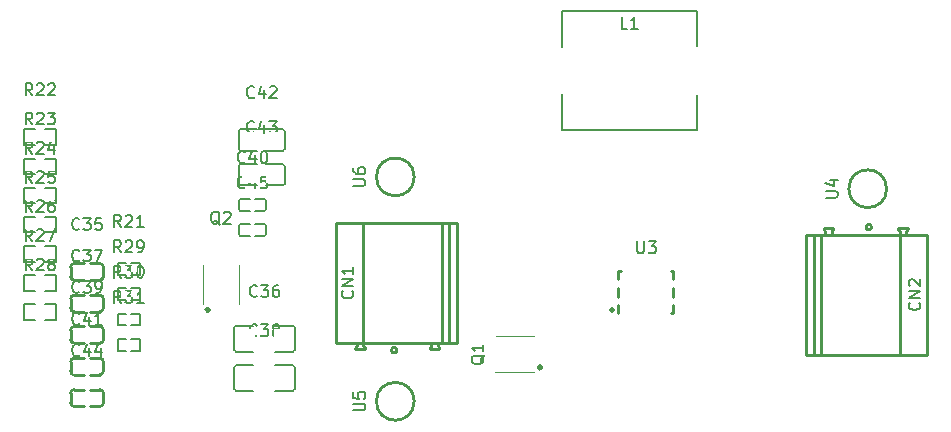
<source format=gbr>
%TF.GenerationSoftware,KiCad,Pcbnew,9.0.1*%
%TF.CreationDate,2025-05-12T16:56:18-05:00*%
%TF.ProjectId,Project-Star,50726f6a-6563-4742-9d53-7461722e6b69,rev?*%
%TF.SameCoordinates,Original*%
%TF.FileFunction,Legend,Top*%
%TF.FilePolarity,Positive*%
%FSLAX46Y46*%
G04 Gerber Fmt 4.6, Leading zero omitted, Abs format (unit mm)*
G04 Created by KiCad (PCBNEW 9.0.1) date 2025-05-12 16:56:18*
%MOMM*%
%LPD*%
G01*
G04 APERTURE LIST*
%ADD10C,0.150000*%
%ADD11C,0.250000*%
%ADD12C,0.100000*%
%ADD13C,6.000000*%
%ADD14C,2.700000*%
%ADD15R,2.300000X2.300000*%
%ADD16C,2.300000*%
%ADD17R,2.700000X1.700000*%
%ADD18R,0.850000X0.280000*%
%ADD19R,0.280000X0.850000*%
%ADD20R,0.570000X0.540000*%
%ADD21R,0.810000X0.860000*%
%ADD22R,0.450000X0.680000*%
%ADD23R,0.500000X0.600000*%
%ADD24R,2.650000X2.000000*%
%ADD25R,0.680000X0.450000*%
%ADD26R,0.600000X0.500000*%
%ADD27R,2.000000X2.650000*%
%ADD28R,2.920000X3.500000*%
%ADD29R,0.790000X0.540000*%
%ADD30R,0.800000X0.900000*%
%ADD31R,1.410000X1.350000*%
%ADD32R,1.490000X1.730000*%
G04 APERTURE END LIST*
D10*
X94954819Y-56761904D02*
X95764342Y-56761904D01*
X95764342Y-56761904D02*
X95859580Y-56714285D01*
X95859580Y-56714285D02*
X95907200Y-56666666D01*
X95907200Y-56666666D02*
X95954819Y-56571428D01*
X95954819Y-56571428D02*
X95954819Y-56380952D01*
X95954819Y-56380952D02*
X95907200Y-56285714D01*
X95907200Y-56285714D02*
X95859580Y-56238095D01*
X95859580Y-56238095D02*
X95764342Y-56190476D01*
X95764342Y-56190476D02*
X94954819Y-56190476D01*
X94954819Y-55285714D02*
X94954819Y-55476190D01*
X94954819Y-55476190D02*
X95002438Y-55571428D01*
X95002438Y-55571428D02*
X95050057Y-55619047D01*
X95050057Y-55619047D02*
X95192914Y-55714285D01*
X95192914Y-55714285D02*
X95383390Y-55761904D01*
X95383390Y-55761904D02*
X95764342Y-55761904D01*
X95764342Y-55761904D02*
X95859580Y-55714285D01*
X95859580Y-55714285D02*
X95907200Y-55666666D01*
X95907200Y-55666666D02*
X95954819Y-55571428D01*
X95954819Y-55571428D02*
X95954819Y-55380952D01*
X95954819Y-55380952D02*
X95907200Y-55285714D01*
X95907200Y-55285714D02*
X95859580Y-55238095D01*
X95859580Y-55238095D02*
X95764342Y-55190476D01*
X95764342Y-55190476D02*
X95526247Y-55190476D01*
X95526247Y-55190476D02*
X95431009Y-55238095D01*
X95431009Y-55238095D02*
X95383390Y-55285714D01*
X95383390Y-55285714D02*
X95335771Y-55380952D01*
X95335771Y-55380952D02*
X95335771Y-55571428D01*
X95335771Y-55571428D02*
X95383390Y-55666666D01*
X95383390Y-55666666D02*
X95431009Y-55714285D01*
X95431009Y-55714285D02*
X95526247Y-55761904D01*
X94954819Y-75761904D02*
X95764342Y-75761904D01*
X95764342Y-75761904D02*
X95859580Y-75714285D01*
X95859580Y-75714285D02*
X95907200Y-75666666D01*
X95907200Y-75666666D02*
X95954819Y-75571428D01*
X95954819Y-75571428D02*
X95954819Y-75380952D01*
X95954819Y-75380952D02*
X95907200Y-75285714D01*
X95907200Y-75285714D02*
X95859580Y-75238095D01*
X95859580Y-75238095D02*
X95764342Y-75190476D01*
X95764342Y-75190476D02*
X94954819Y-75190476D01*
X94954819Y-74238095D02*
X94954819Y-74714285D01*
X94954819Y-74714285D02*
X95431009Y-74761904D01*
X95431009Y-74761904D02*
X95383390Y-74714285D01*
X95383390Y-74714285D02*
X95335771Y-74619047D01*
X95335771Y-74619047D02*
X95335771Y-74380952D01*
X95335771Y-74380952D02*
X95383390Y-74285714D01*
X95383390Y-74285714D02*
X95431009Y-74238095D01*
X95431009Y-74238095D02*
X95526247Y-74190476D01*
X95526247Y-74190476D02*
X95764342Y-74190476D01*
X95764342Y-74190476D02*
X95859580Y-74238095D01*
X95859580Y-74238095D02*
X95907200Y-74285714D01*
X95907200Y-74285714D02*
X95954819Y-74380952D01*
X95954819Y-74380952D02*
X95954819Y-74619047D01*
X95954819Y-74619047D02*
X95907200Y-74714285D01*
X95907200Y-74714285D02*
X95859580Y-74761904D01*
X134954819Y-57761904D02*
X135764342Y-57761904D01*
X135764342Y-57761904D02*
X135859580Y-57714285D01*
X135859580Y-57714285D02*
X135907200Y-57666666D01*
X135907200Y-57666666D02*
X135954819Y-57571428D01*
X135954819Y-57571428D02*
X135954819Y-57380952D01*
X135954819Y-57380952D02*
X135907200Y-57285714D01*
X135907200Y-57285714D02*
X135859580Y-57238095D01*
X135859580Y-57238095D02*
X135764342Y-57190476D01*
X135764342Y-57190476D02*
X134954819Y-57190476D01*
X135288152Y-56285714D02*
X135954819Y-56285714D01*
X134907200Y-56523809D02*
X135621485Y-56761904D01*
X135621485Y-56761904D02*
X135621485Y-56142857D01*
X142859580Y-66650476D02*
X142907200Y-66698095D01*
X142907200Y-66698095D02*
X142954819Y-66840952D01*
X142954819Y-66840952D02*
X142954819Y-66936190D01*
X142954819Y-66936190D02*
X142907200Y-67079047D01*
X142907200Y-67079047D02*
X142811961Y-67174285D01*
X142811961Y-67174285D02*
X142716723Y-67221904D01*
X142716723Y-67221904D02*
X142526247Y-67269523D01*
X142526247Y-67269523D02*
X142383390Y-67269523D01*
X142383390Y-67269523D02*
X142192914Y-67221904D01*
X142192914Y-67221904D02*
X142097676Y-67174285D01*
X142097676Y-67174285D02*
X142002438Y-67079047D01*
X142002438Y-67079047D02*
X141954819Y-66936190D01*
X141954819Y-66936190D02*
X141954819Y-66840952D01*
X141954819Y-66840952D02*
X142002438Y-66698095D01*
X142002438Y-66698095D02*
X142050057Y-66650476D01*
X142954819Y-66221904D02*
X141954819Y-66221904D01*
X141954819Y-66221904D02*
X142954819Y-65650476D01*
X142954819Y-65650476D02*
X141954819Y-65650476D01*
X142050057Y-65221904D02*
X142002438Y-65174285D01*
X142002438Y-65174285D02*
X141954819Y-65079047D01*
X141954819Y-65079047D02*
X141954819Y-64840952D01*
X141954819Y-64840952D02*
X142002438Y-64745714D01*
X142002438Y-64745714D02*
X142050057Y-64698095D01*
X142050057Y-64698095D02*
X142145295Y-64650476D01*
X142145295Y-64650476D02*
X142240533Y-64650476D01*
X142240533Y-64650476D02*
X142383390Y-64698095D01*
X142383390Y-64698095D02*
X142954819Y-65269523D01*
X142954819Y-65269523D02*
X142954819Y-64650476D01*
X94859580Y-65650476D02*
X94907200Y-65698095D01*
X94907200Y-65698095D02*
X94954819Y-65840952D01*
X94954819Y-65840952D02*
X94954819Y-65936190D01*
X94954819Y-65936190D02*
X94907200Y-66079047D01*
X94907200Y-66079047D02*
X94811961Y-66174285D01*
X94811961Y-66174285D02*
X94716723Y-66221904D01*
X94716723Y-66221904D02*
X94526247Y-66269523D01*
X94526247Y-66269523D02*
X94383390Y-66269523D01*
X94383390Y-66269523D02*
X94192914Y-66221904D01*
X94192914Y-66221904D02*
X94097676Y-66174285D01*
X94097676Y-66174285D02*
X94002438Y-66079047D01*
X94002438Y-66079047D02*
X93954819Y-65936190D01*
X93954819Y-65936190D02*
X93954819Y-65840952D01*
X93954819Y-65840952D02*
X94002438Y-65698095D01*
X94002438Y-65698095D02*
X94050057Y-65650476D01*
X94954819Y-65221904D02*
X93954819Y-65221904D01*
X93954819Y-65221904D02*
X94954819Y-64650476D01*
X94954819Y-64650476D02*
X93954819Y-64650476D01*
X94954819Y-63650476D02*
X94954819Y-64221904D01*
X94954819Y-63936190D02*
X93954819Y-63936190D01*
X93954819Y-63936190D02*
X94097676Y-64031428D01*
X94097676Y-64031428D02*
X94192914Y-64126666D01*
X94192914Y-64126666D02*
X94240533Y-64221904D01*
X118988095Y-61454819D02*
X118988095Y-62264342D01*
X118988095Y-62264342D02*
X119035714Y-62359580D01*
X119035714Y-62359580D02*
X119083333Y-62407200D01*
X119083333Y-62407200D02*
X119178571Y-62454819D01*
X119178571Y-62454819D02*
X119369047Y-62454819D01*
X119369047Y-62454819D02*
X119464285Y-62407200D01*
X119464285Y-62407200D02*
X119511904Y-62359580D01*
X119511904Y-62359580D02*
X119559523Y-62264342D01*
X119559523Y-62264342D02*
X119559523Y-61454819D01*
X119940476Y-61454819D02*
X120559523Y-61454819D01*
X120559523Y-61454819D02*
X120226190Y-61835771D01*
X120226190Y-61835771D02*
X120369047Y-61835771D01*
X120369047Y-61835771D02*
X120464285Y-61883390D01*
X120464285Y-61883390D02*
X120511904Y-61931009D01*
X120511904Y-61931009D02*
X120559523Y-62026247D01*
X120559523Y-62026247D02*
X120559523Y-62264342D01*
X120559523Y-62264342D02*
X120511904Y-62359580D01*
X120511904Y-62359580D02*
X120464285Y-62407200D01*
X120464285Y-62407200D02*
X120369047Y-62454819D01*
X120369047Y-62454819D02*
X120083333Y-62454819D01*
X120083333Y-62454819D02*
X119988095Y-62407200D01*
X119988095Y-62407200D02*
X119940476Y-62359580D01*
X75282142Y-66679819D02*
X74948809Y-66203628D01*
X74710714Y-66679819D02*
X74710714Y-65679819D01*
X74710714Y-65679819D02*
X75091666Y-65679819D01*
X75091666Y-65679819D02*
X75186904Y-65727438D01*
X75186904Y-65727438D02*
X75234523Y-65775057D01*
X75234523Y-65775057D02*
X75282142Y-65870295D01*
X75282142Y-65870295D02*
X75282142Y-66013152D01*
X75282142Y-66013152D02*
X75234523Y-66108390D01*
X75234523Y-66108390D02*
X75186904Y-66156009D01*
X75186904Y-66156009D02*
X75091666Y-66203628D01*
X75091666Y-66203628D02*
X74710714Y-66203628D01*
X75615476Y-65679819D02*
X76234523Y-65679819D01*
X76234523Y-65679819D02*
X75901190Y-66060771D01*
X75901190Y-66060771D02*
X76044047Y-66060771D01*
X76044047Y-66060771D02*
X76139285Y-66108390D01*
X76139285Y-66108390D02*
X76186904Y-66156009D01*
X76186904Y-66156009D02*
X76234523Y-66251247D01*
X76234523Y-66251247D02*
X76234523Y-66489342D01*
X76234523Y-66489342D02*
X76186904Y-66584580D01*
X76186904Y-66584580D02*
X76139285Y-66632200D01*
X76139285Y-66632200D02*
X76044047Y-66679819D01*
X76044047Y-66679819D02*
X75758333Y-66679819D01*
X75758333Y-66679819D02*
X75663095Y-66632200D01*
X75663095Y-66632200D02*
X75615476Y-66584580D01*
X77186904Y-66679819D02*
X76615476Y-66679819D01*
X76901190Y-66679819D02*
X76901190Y-65679819D01*
X76901190Y-65679819D02*
X76805952Y-65822676D01*
X76805952Y-65822676D02*
X76710714Y-65917914D01*
X76710714Y-65917914D02*
X76615476Y-65965533D01*
X75282142Y-64529819D02*
X74948809Y-64053628D01*
X74710714Y-64529819D02*
X74710714Y-63529819D01*
X74710714Y-63529819D02*
X75091666Y-63529819D01*
X75091666Y-63529819D02*
X75186904Y-63577438D01*
X75186904Y-63577438D02*
X75234523Y-63625057D01*
X75234523Y-63625057D02*
X75282142Y-63720295D01*
X75282142Y-63720295D02*
X75282142Y-63863152D01*
X75282142Y-63863152D02*
X75234523Y-63958390D01*
X75234523Y-63958390D02*
X75186904Y-64006009D01*
X75186904Y-64006009D02*
X75091666Y-64053628D01*
X75091666Y-64053628D02*
X74710714Y-64053628D01*
X75615476Y-63529819D02*
X76234523Y-63529819D01*
X76234523Y-63529819D02*
X75901190Y-63910771D01*
X75901190Y-63910771D02*
X76044047Y-63910771D01*
X76044047Y-63910771D02*
X76139285Y-63958390D01*
X76139285Y-63958390D02*
X76186904Y-64006009D01*
X76186904Y-64006009D02*
X76234523Y-64101247D01*
X76234523Y-64101247D02*
X76234523Y-64339342D01*
X76234523Y-64339342D02*
X76186904Y-64434580D01*
X76186904Y-64434580D02*
X76139285Y-64482200D01*
X76139285Y-64482200D02*
X76044047Y-64529819D01*
X76044047Y-64529819D02*
X75758333Y-64529819D01*
X75758333Y-64529819D02*
X75663095Y-64482200D01*
X75663095Y-64482200D02*
X75615476Y-64434580D01*
X76853571Y-63529819D02*
X76948809Y-63529819D01*
X76948809Y-63529819D02*
X77044047Y-63577438D01*
X77044047Y-63577438D02*
X77091666Y-63625057D01*
X77091666Y-63625057D02*
X77139285Y-63720295D01*
X77139285Y-63720295D02*
X77186904Y-63910771D01*
X77186904Y-63910771D02*
X77186904Y-64148866D01*
X77186904Y-64148866D02*
X77139285Y-64339342D01*
X77139285Y-64339342D02*
X77091666Y-64434580D01*
X77091666Y-64434580D02*
X77044047Y-64482200D01*
X77044047Y-64482200D02*
X76948809Y-64529819D01*
X76948809Y-64529819D02*
X76853571Y-64529819D01*
X76853571Y-64529819D02*
X76758333Y-64482200D01*
X76758333Y-64482200D02*
X76710714Y-64434580D01*
X76710714Y-64434580D02*
X76663095Y-64339342D01*
X76663095Y-64339342D02*
X76615476Y-64148866D01*
X76615476Y-64148866D02*
X76615476Y-63910771D01*
X76615476Y-63910771D02*
X76663095Y-63720295D01*
X76663095Y-63720295D02*
X76710714Y-63625057D01*
X76710714Y-63625057D02*
X76758333Y-63577438D01*
X76758333Y-63577438D02*
X76853571Y-63529819D01*
X75282142Y-62379819D02*
X74948809Y-61903628D01*
X74710714Y-62379819D02*
X74710714Y-61379819D01*
X74710714Y-61379819D02*
X75091666Y-61379819D01*
X75091666Y-61379819D02*
X75186904Y-61427438D01*
X75186904Y-61427438D02*
X75234523Y-61475057D01*
X75234523Y-61475057D02*
X75282142Y-61570295D01*
X75282142Y-61570295D02*
X75282142Y-61713152D01*
X75282142Y-61713152D02*
X75234523Y-61808390D01*
X75234523Y-61808390D02*
X75186904Y-61856009D01*
X75186904Y-61856009D02*
X75091666Y-61903628D01*
X75091666Y-61903628D02*
X74710714Y-61903628D01*
X75663095Y-61475057D02*
X75710714Y-61427438D01*
X75710714Y-61427438D02*
X75805952Y-61379819D01*
X75805952Y-61379819D02*
X76044047Y-61379819D01*
X76044047Y-61379819D02*
X76139285Y-61427438D01*
X76139285Y-61427438D02*
X76186904Y-61475057D01*
X76186904Y-61475057D02*
X76234523Y-61570295D01*
X76234523Y-61570295D02*
X76234523Y-61665533D01*
X76234523Y-61665533D02*
X76186904Y-61808390D01*
X76186904Y-61808390D02*
X75615476Y-62379819D01*
X75615476Y-62379819D02*
X76234523Y-62379819D01*
X76710714Y-62379819D02*
X76901190Y-62379819D01*
X76901190Y-62379819D02*
X76996428Y-62332200D01*
X76996428Y-62332200D02*
X77044047Y-62284580D01*
X77044047Y-62284580D02*
X77139285Y-62141723D01*
X77139285Y-62141723D02*
X77186904Y-61951247D01*
X77186904Y-61951247D02*
X77186904Y-61570295D01*
X77186904Y-61570295D02*
X77139285Y-61475057D01*
X77139285Y-61475057D02*
X77091666Y-61427438D01*
X77091666Y-61427438D02*
X76996428Y-61379819D01*
X76996428Y-61379819D02*
X76805952Y-61379819D01*
X76805952Y-61379819D02*
X76710714Y-61427438D01*
X76710714Y-61427438D02*
X76663095Y-61475057D01*
X76663095Y-61475057D02*
X76615476Y-61570295D01*
X76615476Y-61570295D02*
X76615476Y-61808390D01*
X76615476Y-61808390D02*
X76663095Y-61903628D01*
X76663095Y-61903628D02*
X76710714Y-61951247D01*
X76710714Y-61951247D02*
X76805952Y-61998866D01*
X76805952Y-61998866D02*
X76996428Y-61998866D01*
X76996428Y-61998866D02*
X77091666Y-61951247D01*
X77091666Y-61951247D02*
X77139285Y-61903628D01*
X77139285Y-61903628D02*
X77186904Y-61808390D01*
X67772142Y-63909819D02*
X67438809Y-63433628D01*
X67200714Y-63909819D02*
X67200714Y-62909819D01*
X67200714Y-62909819D02*
X67581666Y-62909819D01*
X67581666Y-62909819D02*
X67676904Y-62957438D01*
X67676904Y-62957438D02*
X67724523Y-63005057D01*
X67724523Y-63005057D02*
X67772142Y-63100295D01*
X67772142Y-63100295D02*
X67772142Y-63243152D01*
X67772142Y-63243152D02*
X67724523Y-63338390D01*
X67724523Y-63338390D02*
X67676904Y-63386009D01*
X67676904Y-63386009D02*
X67581666Y-63433628D01*
X67581666Y-63433628D02*
X67200714Y-63433628D01*
X68153095Y-63005057D02*
X68200714Y-62957438D01*
X68200714Y-62957438D02*
X68295952Y-62909819D01*
X68295952Y-62909819D02*
X68534047Y-62909819D01*
X68534047Y-62909819D02*
X68629285Y-62957438D01*
X68629285Y-62957438D02*
X68676904Y-63005057D01*
X68676904Y-63005057D02*
X68724523Y-63100295D01*
X68724523Y-63100295D02*
X68724523Y-63195533D01*
X68724523Y-63195533D02*
X68676904Y-63338390D01*
X68676904Y-63338390D02*
X68105476Y-63909819D01*
X68105476Y-63909819D02*
X68724523Y-63909819D01*
X69295952Y-63338390D02*
X69200714Y-63290771D01*
X69200714Y-63290771D02*
X69153095Y-63243152D01*
X69153095Y-63243152D02*
X69105476Y-63147914D01*
X69105476Y-63147914D02*
X69105476Y-63100295D01*
X69105476Y-63100295D02*
X69153095Y-63005057D01*
X69153095Y-63005057D02*
X69200714Y-62957438D01*
X69200714Y-62957438D02*
X69295952Y-62909819D01*
X69295952Y-62909819D02*
X69486428Y-62909819D01*
X69486428Y-62909819D02*
X69581666Y-62957438D01*
X69581666Y-62957438D02*
X69629285Y-63005057D01*
X69629285Y-63005057D02*
X69676904Y-63100295D01*
X69676904Y-63100295D02*
X69676904Y-63147914D01*
X69676904Y-63147914D02*
X69629285Y-63243152D01*
X69629285Y-63243152D02*
X69581666Y-63290771D01*
X69581666Y-63290771D02*
X69486428Y-63338390D01*
X69486428Y-63338390D02*
X69295952Y-63338390D01*
X69295952Y-63338390D02*
X69200714Y-63386009D01*
X69200714Y-63386009D02*
X69153095Y-63433628D01*
X69153095Y-63433628D02*
X69105476Y-63528866D01*
X69105476Y-63528866D02*
X69105476Y-63719342D01*
X69105476Y-63719342D02*
X69153095Y-63814580D01*
X69153095Y-63814580D02*
X69200714Y-63862200D01*
X69200714Y-63862200D02*
X69295952Y-63909819D01*
X69295952Y-63909819D02*
X69486428Y-63909819D01*
X69486428Y-63909819D02*
X69581666Y-63862200D01*
X69581666Y-63862200D02*
X69629285Y-63814580D01*
X69629285Y-63814580D02*
X69676904Y-63719342D01*
X69676904Y-63719342D02*
X69676904Y-63528866D01*
X69676904Y-63528866D02*
X69629285Y-63433628D01*
X69629285Y-63433628D02*
X69581666Y-63386009D01*
X69581666Y-63386009D02*
X69486428Y-63338390D01*
X67772142Y-61439819D02*
X67438809Y-60963628D01*
X67200714Y-61439819D02*
X67200714Y-60439819D01*
X67200714Y-60439819D02*
X67581666Y-60439819D01*
X67581666Y-60439819D02*
X67676904Y-60487438D01*
X67676904Y-60487438D02*
X67724523Y-60535057D01*
X67724523Y-60535057D02*
X67772142Y-60630295D01*
X67772142Y-60630295D02*
X67772142Y-60773152D01*
X67772142Y-60773152D02*
X67724523Y-60868390D01*
X67724523Y-60868390D02*
X67676904Y-60916009D01*
X67676904Y-60916009D02*
X67581666Y-60963628D01*
X67581666Y-60963628D02*
X67200714Y-60963628D01*
X68153095Y-60535057D02*
X68200714Y-60487438D01*
X68200714Y-60487438D02*
X68295952Y-60439819D01*
X68295952Y-60439819D02*
X68534047Y-60439819D01*
X68534047Y-60439819D02*
X68629285Y-60487438D01*
X68629285Y-60487438D02*
X68676904Y-60535057D01*
X68676904Y-60535057D02*
X68724523Y-60630295D01*
X68724523Y-60630295D02*
X68724523Y-60725533D01*
X68724523Y-60725533D02*
X68676904Y-60868390D01*
X68676904Y-60868390D02*
X68105476Y-61439819D01*
X68105476Y-61439819D02*
X68724523Y-61439819D01*
X69057857Y-60439819D02*
X69724523Y-60439819D01*
X69724523Y-60439819D02*
X69295952Y-61439819D01*
X67772142Y-58969819D02*
X67438809Y-58493628D01*
X67200714Y-58969819D02*
X67200714Y-57969819D01*
X67200714Y-57969819D02*
X67581666Y-57969819D01*
X67581666Y-57969819D02*
X67676904Y-58017438D01*
X67676904Y-58017438D02*
X67724523Y-58065057D01*
X67724523Y-58065057D02*
X67772142Y-58160295D01*
X67772142Y-58160295D02*
X67772142Y-58303152D01*
X67772142Y-58303152D02*
X67724523Y-58398390D01*
X67724523Y-58398390D02*
X67676904Y-58446009D01*
X67676904Y-58446009D02*
X67581666Y-58493628D01*
X67581666Y-58493628D02*
X67200714Y-58493628D01*
X68153095Y-58065057D02*
X68200714Y-58017438D01*
X68200714Y-58017438D02*
X68295952Y-57969819D01*
X68295952Y-57969819D02*
X68534047Y-57969819D01*
X68534047Y-57969819D02*
X68629285Y-58017438D01*
X68629285Y-58017438D02*
X68676904Y-58065057D01*
X68676904Y-58065057D02*
X68724523Y-58160295D01*
X68724523Y-58160295D02*
X68724523Y-58255533D01*
X68724523Y-58255533D02*
X68676904Y-58398390D01*
X68676904Y-58398390D02*
X68105476Y-58969819D01*
X68105476Y-58969819D02*
X68724523Y-58969819D01*
X69581666Y-57969819D02*
X69391190Y-57969819D01*
X69391190Y-57969819D02*
X69295952Y-58017438D01*
X69295952Y-58017438D02*
X69248333Y-58065057D01*
X69248333Y-58065057D02*
X69153095Y-58207914D01*
X69153095Y-58207914D02*
X69105476Y-58398390D01*
X69105476Y-58398390D02*
X69105476Y-58779342D01*
X69105476Y-58779342D02*
X69153095Y-58874580D01*
X69153095Y-58874580D02*
X69200714Y-58922200D01*
X69200714Y-58922200D02*
X69295952Y-58969819D01*
X69295952Y-58969819D02*
X69486428Y-58969819D01*
X69486428Y-58969819D02*
X69581666Y-58922200D01*
X69581666Y-58922200D02*
X69629285Y-58874580D01*
X69629285Y-58874580D02*
X69676904Y-58779342D01*
X69676904Y-58779342D02*
X69676904Y-58541247D01*
X69676904Y-58541247D02*
X69629285Y-58446009D01*
X69629285Y-58446009D02*
X69581666Y-58398390D01*
X69581666Y-58398390D02*
X69486428Y-58350771D01*
X69486428Y-58350771D02*
X69295952Y-58350771D01*
X69295952Y-58350771D02*
X69200714Y-58398390D01*
X69200714Y-58398390D02*
X69153095Y-58446009D01*
X69153095Y-58446009D02*
X69105476Y-58541247D01*
X67772142Y-56499819D02*
X67438809Y-56023628D01*
X67200714Y-56499819D02*
X67200714Y-55499819D01*
X67200714Y-55499819D02*
X67581666Y-55499819D01*
X67581666Y-55499819D02*
X67676904Y-55547438D01*
X67676904Y-55547438D02*
X67724523Y-55595057D01*
X67724523Y-55595057D02*
X67772142Y-55690295D01*
X67772142Y-55690295D02*
X67772142Y-55833152D01*
X67772142Y-55833152D02*
X67724523Y-55928390D01*
X67724523Y-55928390D02*
X67676904Y-55976009D01*
X67676904Y-55976009D02*
X67581666Y-56023628D01*
X67581666Y-56023628D02*
X67200714Y-56023628D01*
X68153095Y-55595057D02*
X68200714Y-55547438D01*
X68200714Y-55547438D02*
X68295952Y-55499819D01*
X68295952Y-55499819D02*
X68534047Y-55499819D01*
X68534047Y-55499819D02*
X68629285Y-55547438D01*
X68629285Y-55547438D02*
X68676904Y-55595057D01*
X68676904Y-55595057D02*
X68724523Y-55690295D01*
X68724523Y-55690295D02*
X68724523Y-55785533D01*
X68724523Y-55785533D02*
X68676904Y-55928390D01*
X68676904Y-55928390D02*
X68105476Y-56499819D01*
X68105476Y-56499819D02*
X68724523Y-56499819D01*
X69629285Y-55499819D02*
X69153095Y-55499819D01*
X69153095Y-55499819D02*
X69105476Y-55976009D01*
X69105476Y-55976009D02*
X69153095Y-55928390D01*
X69153095Y-55928390D02*
X69248333Y-55880771D01*
X69248333Y-55880771D02*
X69486428Y-55880771D01*
X69486428Y-55880771D02*
X69581666Y-55928390D01*
X69581666Y-55928390D02*
X69629285Y-55976009D01*
X69629285Y-55976009D02*
X69676904Y-56071247D01*
X69676904Y-56071247D02*
X69676904Y-56309342D01*
X69676904Y-56309342D02*
X69629285Y-56404580D01*
X69629285Y-56404580D02*
X69581666Y-56452200D01*
X69581666Y-56452200D02*
X69486428Y-56499819D01*
X69486428Y-56499819D02*
X69248333Y-56499819D01*
X69248333Y-56499819D02*
X69153095Y-56452200D01*
X69153095Y-56452200D02*
X69105476Y-56404580D01*
X67772142Y-54029819D02*
X67438809Y-53553628D01*
X67200714Y-54029819D02*
X67200714Y-53029819D01*
X67200714Y-53029819D02*
X67581666Y-53029819D01*
X67581666Y-53029819D02*
X67676904Y-53077438D01*
X67676904Y-53077438D02*
X67724523Y-53125057D01*
X67724523Y-53125057D02*
X67772142Y-53220295D01*
X67772142Y-53220295D02*
X67772142Y-53363152D01*
X67772142Y-53363152D02*
X67724523Y-53458390D01*
X67724523Y-53458390D02*
X67676904Y-53506009D01*
X67676904Y-53506009D02*
X67581666Y-53553628D01*
X67581666Y-53553628D02*
X67200714Y-53553628D01*
X68153095Y-53125057D02*
X68200714Y-53077438D01*
X68200714Y-53077438D02*
X68295952Y-53029819D01*
X68295952Y-53029819D02*
X68534047Y-53029819D01*
X68534047Y-53029819D02*
X68629285Y-53077438D01*
X68629285Y-53077438D02*
X68676904Y-53125057D01*
X68676904Y-53125057D02*
X68724523Y-53220295D01*
X68724523Y-53220295D02*
X68724523Y-53315533D01*
X68724523Y-53315533D02*
X68676904Y-53458390D01*
X68676904Y-53458390D02*
X68105476Y-54029819D01*
X68105476Y-54029819D02*
X68724523Y-54029819D01*
X69581666Y-53363152D02*
X69581666Y-54029819D01*
X69343571Y-52982200D02*
X69105476Y-53696485D01*
X69105476Y-53696485D02*
X69724523Y-53696485D01*
X67772142Y-51559819D02*
X67438809Y-51083628D01*
X67200714Y-51559819D02*
X67200714Y-50559819D01*
X67200714Y-50559819D02*
X67581666Y-50559819D01*
X67581666Y-50559819D02*
X67676904Y-50607438D01*
X67676904Y-50607438D02*
X67724523Y-50655057D01*
X67724523Y-50655057D02*
X67772142Y-50750295D01*
X67772142Y-50750295D02*
X67772142Y-50893152D01*
X67772142Y-50893152D02*
X67724523Y-50988390D01*
X67724523Y-50988390D02*
X67676904Y-51036009D01*
X67676904Y-51036009D02*
X67581666Y-51083628D01*
X67581666Y-51083628D02*
X67200714Y-51083628D01*
X68153095Y-50655057D02*
X68200714Y-50607438D01*
X68200714Y-50607438D02*
X68295952Y-50559819D01*
X68295952Y-50559819D02*
X68534047Y-50559819D01*
X68534047Y-50559819D02*
X68629285Y-50607438D01*
X68629285Y-50607438D02*
X68676904Y-50655057D01*
X68676904Y-50655057D02*
X68724523Y-50750295D01*
X68724523Y-50750295D02*
X68724523Y-50845533D01*
X68724523Y-50845533D02*
X68676904Y-50988390D01*
X68676904Y-50988390D02*
X68105476Y-51559819D01*
X68105476Y-51559819D02*
X68724523Y-51559819D01*
X69057857Y-50559819D02*
X69676904Y-50559819D01*
X69676904Y-50559819D02*
X69343571Y-50940771D01*
X69343571Y-50940771D02*
X69486428Y-50940771D01*
X69486428Y-50940771D02*
X69581666Y-50988390D01*
X69581666Y-50988390D02*
X69629285Y-51036009D01*
X69629285Y-51036009D02*
X69676904Y-51131247D01*
X69676904Y-51131247D02*
X69676904Y-51369342D01*
X69676904Y-51369342D02*
X69629285Y-51464580D01*
X69629285Y-51464580D02*
X69581666Y-51512200D01*
X69581666Y-51512200D02*
X69486428Y-51559819D01*
X69486428Y-51559819D02*
X69200714Y-51559819D01*
X69200714Y-51559819D02*
X69105476Y-51512200D01*
X69105476Y-51512200D02*
X69057857Y-51464580D01*
X67772142Y-49089819D02*
X67438809Y-48613628D01*
X67200714Y-49089819D02*
X67200714Y-48089819D01*
X67200714Y-48089819D02*
X67581666Y-48089819D01*
X67581666Y-48089819D02*
X67676904Y-48137438D01*
X67676904Y-48137438D02*
X67724523Y-48185057D01*
X67724523Y-48185057D02*
X67772142Y-48280295D01*
X67772142Y-48280295D02*
X67772142Y-48423152D01*
X67772142Y-48423152D02*
X67724523Y-48518390D01*
X67724523Y-48518390D02*
X67676904Y-48566009D01*
X67676904Y-48566009D02*
X67581666Y-48613628D01*
X67581666Y-48613628D02*
X67200714Y-48613628D01*
X68153095Y-48185057D02*
X68200714Y-48137438D01*
X68200714Y-48137438D02*
X68295952Y-48089819D01*
X68295952Y-48089819D02*
X68534047Y-48089819D01*
X68534047Y-48089819D02*
X68629285Y-48137438D01*
X68629285Y-48137438D02*
X68676904Y-48185057D01*
X68676904Y-48185057D02*
X68724523Y-48280295D01*
X68724523Y-48280295D02*
X68724523Y-48375533D01*
X68724523Y-48375533D02*
X68676904Y-48518390D01*
X68676904Y-48518390D02*
X68105476Y-49089819D01*
X68105476Y-49089819D02*
X68724523Y-49089819D01*
X69105476Y-48185057D02*
X69153095Y-48137438D01*
X69153095Y-48137438D02*
X69248333Y-48089819D01*
X69248333Y-48089819D02*
X69486428Y-48089819D01*
X69486428Y-48089819D02*
X69581666Y-48137438D01*
X69581666Y-48137438D02*
X69629285Y-48185057D01*
X69629285Y-48185057D02*
X69676904Y-48280295D01*
X69676904Y-48280295D02*
X69676904Y-48375533D01*
X69676904Y-48375533D02*
X69629285Y-48518390D01*
X69629285Y-48518390D02*
X69057857Y-49089819D01*
X69057857Y-49089819D02*
X69676904Y-49089819D01*
X75282142Y-60229819D02*
X74948809Y-59753628D01*
X74710714Y-60229819D02*
X74710714Y-59229819D01*
X74710714Y-59229819D02*
X75091666Y-59229819D01*
X75091666Y-59229819D02*
X75186904Y-59277438D01*
X75186904Y-59277438D02*
X75234523Y-59325057D01*
X75234523Y-59325057D02*
X75282142Y-59420295D01*
X75282142Y-59420295D02*
X75282142Y-59563152D01*
X75282142Y-59563152D02*
X75234523Y-59658390D01*
X75234523Y-59658390D02*
X75186904Y-59706009D01*
X75186904Y-59706009D02*
X75091666Y-59753628D01*
X75091666Y-59753628D02*
X74710714Y-59753628D01*
X75663095Y-59325057D02*
X75710714Y-59277438D01*
X75710714Y-59277438D02*
X75805952Y-59229819D01*
X75805952Y-59229819D02*
X76044047Y-59229819D01*
X76044047Y-59229819D02*
X76139285Y-59277438D01*
X76139285Y-59277438D02*
X76186904Y-59325057D01*
X76186904Y-59325057D02*
X76234523Y-59420295D01*
X76234523Y-59420295D02*
X76234523Y-59515533D01*
X76234523Y-59515533D02*
X76186904Y-59658390D01*
X76186904Y-59658390D02*
X75615476Y-60229819D01*
X75615476Y-60229819D02*
X76234523Y-60229819D01*
X77186904Y-60229819D02*
X76615476Y-60229819D01*
X76901190Y-60229819D02*
X76901190Y-59229819D01*
X76901190Y-59229819D02*
X76805952Y-59372676D01*
X76805952Y-59372676D02*
X76710714Y-59467914D01*
X76710714Y-59467914D02*
X76615476Y-59515533D01*
X83644761Y-60050057D02*
X83549523Y-60002438D01*
X83549523Y-60002438D02*
X83454285Y-59907200D01*
X83454285Y-59907200D02*
X83311428Y-59764342D01*
X83311428Y-59764342D02*
X83216190Y-59716723D01*
X83216190Y-59716723D02*
X83120952Y-59716723D01*
X83168571Y-59954819D02*
X83073333Y-59907200D01*
X83073333Y-59907200D02*
X82978095Y-59811961D01*
X82978095Y-59811961D02*
X82930476Y-59621485D01*
X82930476Y-59621485D02*
X82930476Y-59288152D01*
X82930476Y-59288152D02*
X82978095Y-59097676D01*
X82978095Y-59097676D02*
X83073333Y-59002438D01*
X83073333Y-59002438D02*
X83168571Y-58954819D01*
X83168571Y-58954819D02*
X83359047Y-58954819D01*
X83359047Y-58954819D02*
X83454285Y-59002438D01*
X83454285Y-59002438D02*
X83549523Y-59097676D01*
X83549523Y-59097676D02*
X83597142Y-59288152D01*
X83597142Y-59288152D02*
X83597142Y-59621485D01*
X83597142Y-59621485D02*
X83549523Y-59811961D01*
X83549523Y-59811961D02*
X83454285Y-59907200D01*
X83454285Y-59907200D02*
X83359047Y-59954819D01*
X83359047Y-59954819D02*
X83168571Y-59954819D01*
X83978095Y-59050057D02*
X84025714Y-59002438D01*
X84025714Y-59002438D02*
X84120952Y-58954819D01*
X84120952Y-58954819D02*
X84359047Y-58954819D01*
X84359047Y-58954819D02*
X84454285Y-59002438D01*
X84454285Y-59002438D02*
X84501904Y-59050057D01*
X84501904Y-59050057D02*
X84549523Y-59145295D01*
X84549523Y-59145295D02*
X84549523Y-59240533D01*
X84549523Y-59240533D02*
X84501904Y-59383390D01*
X84501904Y-59383390D02*
X83930476Y-59954819D01*
X83930476Y-59954819D02*
X84549523Y-59954819D01*
X106050057Y-71095238D02*
X106002438Y-71190476D01*
X106002438Y-71190476D02*
X105907200Y-71285714D01*
X105907200Y-71285714D02*
X105764342Y-71428571D01*
X105764342Y-71428571D02*
X105716723Y-71523809D01*
X105716723Y-71523809D02*
X105716723Y-71619047D01*
X105954819Y-71571428D02*
X105907200Y-71666666D01*
X105907200Y-71666666D02*
X105811961Y-71761904D01*
X105811961Y-71761904D02*
X105621485Y-71809523D01*
X105621485Y-71809523D02*
X105288152Y-71809523D01*
X105288152Y-71809523D02*
X105097676Y-71761904D01*
X105097676Y-71761904D02*
X105002438Y-71666666D01*
X105002438Y-71666666D02*
X104954819Y-71571428D01*
X104954819Y-71571428D02*
X104954819Y-71380952D01*
X104954819Y-71380952D02*
X105002438Y-71285714D01*
X105002438Y-71285714D02*
X105097676Y-71190476D01*
X105097676Y-71190476D02*
X105288152Y-71142857D01*
X105288152Y-71142857D02*
X105621485Y-71142857D01*
X105621485Y-71142857D02*
X105811961Y-71190476D01*
X105811961Y-71190476D02*
X105907200Y-71285714D01*
X105907200Y-71285714D02*
X105954819Y-71380952D01*
X105954819Y-71380952D02*
X105954819Y-71571428D01*
X105954819Y-70190476D02*
X105954819Y-70761904D01*
X105954819Y-70476190D02*
X104954819Y-70476190D01*
X104954819Y-70476190D02*
X105097676Y-70571428D01*
X105097676Y-70571428D02*
X105192914Y-70666666D01*
X105192914Y-70666666D02*
X105240533Y-70761904D01*
X118153333Y-43454819D02*
X117677143Y-43454819D01*
X117677143Y-43454819D02*
X117677143Y-42454819D01*
X119010476Y-43454819D02*
X118439048Y-43454819D01*
X118724762Y-43454819D02*
X118724762Y-42454819D01*
X118724762Y-42454819D02*
X118629524Y-42597676D01*
X118629524Y-42597676D02*
X118534286Y-42692914D01*
X118534286Y-42692914D02*
X118439048Y-42740533D01*
X85762142Y-56884580D02*
X85714523Y-56932200D01*
X85714523Y-56932200D02*
X85571666Y-56979819D01*
X85571666Y-56979819D02*
X85476428Y-56979819D01*
X85476428Y-56979819D02*
X85333571Y-56932200D01*
X85333571Y-56932200D02*
X85238333Y-56836961D01*
X85238333Y-56836961D02*
X85190714Y-56741723D01*
X85190714Y-56741723D02*
X85143095Y-56551247D01*
X85143095Y-56551247D02*
X85143095Y-56408390D01*
X85143095Y-56408390D02*
X85190714Y-56217914D01*
X85190714Y-56217914D02*
X85238333Y-56122676D01*
X85238333Y-56122676D02*
X85333571Y-56027438D01*
X85333571Y-56027438D02*
X85476428Y-55979819D01*
X85476428Y-55979819D02*
X85571666Y-55979819D01*
X85571666Y-55979819D02*
X85714523Y-56027438D01*
X85714523Y-56027438D02*
X85762142Y-56075057D01*
X86619285Y-56313152D02*
X86619285Y-56979819D01*
X86381190Y-55932200D02*
X86143095Y-56646485D01*
X86143095Y-56646485D02*
X86762142Y-56646485D01*
X87619285Y-55979819D02*
X87143095Y-55979819D01*
X87143095Y-55979819D02*
X87095476Y-56456009D01*
X87095476Y-56456009D02*
X87143095Y-56408390D01*
X87143095Y-56408390D02*
X87238333Y-56360771D01*
X87238333Y-56360771D02*
X87476428Y-56360771D01*
X87476428Y-56360771D02*
X87571666Y-56408390D01*
X87571666Y-56408390D02*
X87619285Y-56456009D01*
X87619285Y-56456009D02*
X87666904Y-56551247D01*
X87666904Y-56551247D02*
X87666904Y-56789342D01*
X87666904Y-56789342D02*
X87619285Y-56884580D01*
X87619285Y-56884580D02*
X87571666Y-56932200D01*
X87571666Y-56932200D02*
X87476428Y-56979819D01*
X87476428Y-56979819D02*
X87238333Y-56979819D01*
X87238333Y-56979819D02*
X87143095Y-56932200D01*
X87143095Y-56932200D02*
X87095476Y-56884580D01*
X71752142Y-71074580D02*
X71704523Y-71122200D01*
X71704523Y-71122200D02*
X71561666Y-71169819D01*
X71561666Y-71169819D02*
X71466428Y-71169819D01*
X71466428Y-71169819D02*
X71323571Y-71122200D01*
X71323571Y-71122200D02*
X71228333Y-71026961D01*
X71228333Y-71026961D02*
X71180714Y-70931723D01*
X71180714Y-70931723D02*
X71133095Y-70741247D01*
X71133095Y-70741247D02*
X71133095Y-70598390D01*
X71133095Y-70598390D02*
X71180714Y-70407914D01*
X71180714Y-70407914D02*
X71228333Y-70312676D01*
X71228333Y-70312676D02*
X71323571Y-70217438D01*
X71323571Y-70217438D02*
X71466428Y-70169819D01*
X71466428Y-70169819D02*
X71561666Y-70169819D01*
X71561666Y-70169819D02*
X71704523Y-70217438D01*
X71704523Y-70217438D02*
X71752142Y-70265057D01*
X72609285Y-70503152D02*
X72609285Y-71169819D01*
X72371190Y-70122200D02*
X72133095Y-70836485D01*
X72133095Y-70836485D02*
X72752142Y-70836485D01*
X73561666Y-70503152D02*
X73561666Y-71169819D01*
X73323571Y-70122200D02*
X73085476Y-70836485D01*
X73085476Y-70836485D02*
X73704523Y-70836485D01*
X86552142Y-52184580D02*
X86504523Y-52232200D01*
X86504523Y-52232200D02*
X86361666Y-52279819D01*
X86361666Y-52279819D02*
X86266428Y-52279819D01*
X86266428Y-52279819D02*
X86123571Y-52232200D01*
X86123571Y-52232200D02*
X86028333Y-52136961D01*
X86028333Y-52136961D02*
X85980714Y-52041723D01*
X85980714Y-52041723D02*
X85933095Y-51851247D01*
X85933095Y-51851247D02*
X85933095Y-51708390D01*
X85933095Y-51708390D02*
X85980714Y-51517914D01*
X85980714Y-51517914D02*
X86028333Y-51422676D01*
X86028333Y-51422676D02*
X86123571Y-51327438D01*
X86123571Y-51327438D02*
X86266428Y-51279819D01*
X86266428Y-51279819D02*
X86361666Y-51279819D01*
X86361666Y-51279819D02*
X86504523Y-51327438D01*
X86504523Y-51327438D02*
X86552142Y-51375057D01*
X87409285Y-51613152D02*
X87409285Y-52279819D01*
X87171190Y-51232200D02*
X86933095Y-51946485D01*
X86933095Y-51946485D02*
X87552142Y-51946485D01*
X87837857Y-51279819D02*
X88456904Y-51279819D01*
X88456904Y-51279819D02*
X88123571Y-51660771D01*
X88123571Y-51660771D02*
X88266428Y-51660771D01*
X88266428Y-51660771D02*
X88361666Y-51708390D01*
X88361666Y-51708390D02*
X88409285Y-51756009D01*
X88409285Y-51756009D02*
X88456904Y-51851247D01*
X88456904Y-51851247D02*
X88456904Y-52089342D01*
X88456904Y-52089342D02*
X88409285Y-52184580D01*
X88409285Y-52184580D02*
X88361666Y-52232200D01*
X88361666Y-52232200D02*
X88266428Y-52279819D01*
X88266428Y-52279819D02*
X87980714Y-52279819D01*
X87980714Y-52279819D02*
X87885476Y-52232200D01*
X87885476Y-52232200D02*
X87837857Y-52184580D01*
X86552142Y-49234580D02*
X86504523Y-49282200D01*
X86504523Y-49282200D02*
X86361666Y-49329819D01*
X86361666Y-49329819D02*
X86266428Y-49329819D01*
X86266428Y-49329819D02*
X86123571Y-49282200D01*
X86123571Y-49282200D02*
X86028333Y-49186961D01*
X86028333Y-49186961D02*
X85980714Y-49091723D01*
X85980714Y-49091723D02*
X85933095Y-48901247D01*
X85933095Y-48901247D02*
X85933095Y-48758390D01*
X85933095Y-48758390D02*
X85980714Y-48567914D01*
X85980714Y-48567914D02*
X86028333Y-48472676D01*
X86028333Y-48472676D02*
X86123571Y-48377438D01*
X86123571Y-48377438D02*
X86266428Y-48329819D01*
X86266428Y-48329819D02*
X86361666Y-48329819D01*
X86361666Y-48329819D02*
X86504523Y-48377438D01*
X86504523Y-48377438D02*
X86552142Y-48425057D01*
X87409285Y-48663152D02*
X87409285Y-49329819D01*
X87171190Y-48282200D02*
X86933095Y-48996485D01*
X86933095Y-48996485D02*
X87552142Y-48996485D01*
X87885476Y-48425057D02*
X87933095Y-48377438D01*
X87933095Y-48377438D02*
X88028333Y-48329819D01*
X88028333Y-48329819D02*
X88266428Y-48329819D01*
X88266428Y-48329819D02*
X88361666Y-48377438D01*
X88361666Y-48377438D02*
X88409285Y-48425057D01*
X88409285Y-48425057D02*
X88456904Y-48520295D01*
X88456904Y-48520295D02*
X88456904Y-48615533D01*
X88456904Y-48615533D02*
X88409285Y-48758390D01*
X88409285Y-48758390D02*
X87837857Y-49329819D01*
X87837857Y-49329819D02*
X88456904Y-49329819D01*
X71752142Y-68404580D02*
X71704523Y-68452200D01*
X71704523Y-68452200D02*
X71561666Y-68499819D01*
X71561666Y-68499819D02*
X71466428Y-68499819D01*
X71466428Y-68499819D02*
X71323571Y-68452200D01*
X71323571Y-68452200D02*
X71228333Y-68356961D01*
X71228333Y-68356961D02*
X71180714Y-68261723D01*
X71180714Y-68261723D02*
X71133095Y-68071247D01*
X71133095Y-68071247D02*
X71133095Y-67928390D01*
X71133095Y-67928390D02*
X71180714Y-67737914D01*
X71180714Y-67737914D02*
X71228333Y-67642676D01*
X71228333Y-67642676D02*
X71323571Y-67547438D01*
X71323571Y-67547438D02*
X71466428Y-67499819D01*
X71466428Y-67499819D02*
X71561666Y-67499819D01*
X71561666Y-67499819D02*
X71704523Y-67547438D01*
X71704523Y-67547438D02*
X71752142Y-67595057D01*
X72609285Y-67833152D02*
X72609285Y-68499819D01*
X72371190Y-67452200D02*
X72133095Y-68166485D01*
X72133095Y-68166485D02*
X72752142Y-68166485D01*
X73656904Y-68499819D02*
X73085476Y-68499819D01*
X73371190Y-68499819D02*
X73371190Y-67499819D01*
X73371190Y-67499819D02*
X73275952Y-67642676D01*
X73275952Y-67642676D02*
X73180714Y-67737914D01*
X73180714Y-67737914D02*
X73085476Y-67785533D01*
X85762142Y-54734580D02*
X85714523Y-54782200D01*
X85714523Y-54782200D02*
X85571666Y-54829819D01*
X85571666Y-54829819D02*
X85476428Y-54829819D01*
X85476428Y-54829819D02*
X85333571Y-54782200D01*
X85333571Y-54782200D02*
X85238333Y-54686961D01*
X85238333Y-54686961D02*
X85190714Y-54591723D01*
X85190714Y-54591723D02*
X85143095Y-54401247D01*
X85143095Y-54401247D02*
X85143095Y-54258390D01*
X85143095Y-54258390D02*
X85190714Y-54067914D01*
X85190714Y-54067914D02*
X85238333Y-53972676D01*
X85238333Y-53972676D02*
X85333571Y-53877438D01*
X85333571Y-53877438D02*
X85476428Y-53829819D01*
X85476428Y-53829819D02*
X85571666Y-53829819D01*
X85571666Y-53829819D02*
X85714523Y-53877438D01*
X85714523Y-53877438D02*
X85762142Y-53925057D01*
X86619285Y-54163152D02*
X86619285Y-54829819D01*
X86381190Y-53782200D02*
X86143095Y-54496485D01*
X86143095Y-54496485D02*
X86762142Y-54496485D01*
X87333571Y-53829819D02*
X87428809Y-53829819D01*
X87428809Y-53829819D02*
X87524047Y-53877438D01*
X87524047Y-53877438D02*
X87571666Y-53925057D01*
X87571666Y-53925057D02*
X87619285Y-54020295D01*
X87619285Y-54020295D02*
X87666904Y-54210771D01*
X87666904Y-54210771D02*
X87666904Y-54448866D01*
X87666904Y-54448866D02*
X87619285Y-54639342D01*
X87619285Y-54639342D02*
X87571666Y-54734580D01*
X87571666Y-54734580D02*
X87524047Y-54782200D01*
X87524047Y-54782200D02*
X87428809Y-54829819D01*
X87428809Y-54829819D02*
X87333571Y-54829819D01*
X87333571Y-54829819D02*
X87238333Y-54782200D01*
X87238333Y-54782200D02*
X87190714Y-54734580D01*
X87190714Y-54734580D02*
X87143095Y-54639342D01*
X87143095Y-54639342D02*
X87095476Y-54448866D01*
X87095476Y-54448866D02*
X87095476Y-54210771D01*
X87095476Y-54210771D02*
X87143095Y-54020295D01*
X87143095Y-54020295D02*
X87190714Y-53925057D01*
X87190714Y-53925057D02*
X87238333Y-53877438D01*
X87238333Y-53877438D02*
X87333571Y-53829819D01*
X71752142Y-65734580D02*
X71704523Y-65782200D01*
X71704523Y-65782200D02*
X71561666Y-65829819D01*
X71561666Y-65829819D02*
X71466428Y-65829819D01*
X71466428Y-65829819D02*
X71323571Y-65782200D01*
X71323571Y-65782200D02*
X71228333Y-65686961D01*
X71228333Y-65686961D02*
X71180714Y-65591723D01*
X71180714Y-65591723D02*
X71133095Y-65401247D01*
X71133095Y-65401247D02*
X71133095Y-65258390D01*
X71133095Y-65258390D02*
X71180714Y-65067914D01*
X71180714Y-65067914D02*
X71228333Y-64972676D01*
X71228333Y-64972676D02*
X71323571Y-64877438D01*
X71323571Y-64877438D02*
X71466428Y-64829819D01*
X71466428Y-64829819D02*
X71561666Y-64829819D01*
X71561666Y-64829819D02*
X71704523Y-64877438D01*
X71704523Y-64877438D02*
X71752142Y-64925057D01*
X72085476Y-64829819D02*
X72704523Y-64829819D01*
X72704523Y-64829819D02*
X72371190Y-65210771D01*
X72371190Y-65210771D02*
X72514047Y-65210771D01*
X72514047Y-65210771D02*
X72609285Y-65258390D01*
X72609285Y-65258390D02*
X72656904Y-65306009D01*
X72656904Y-65306009D02*
X72704523Y-65401247D01*
X72704523Y-65401247D02*
X72704523Y-65639342D01*
X72704523Y-65639342D02*
X72656904Y-65734580D01*
X72656904Y-65734580D02*
X72609285Y-65782200D01*
X72609285Y-65782200D02*
X72514047Y-65829819D01*
X72514047Y-65829819D02*
X72228333Y-65829819D01*
X72228333Y-65829819D02*
X72133095Y-65782200D01*
X72133095Y-65782200D02*
X72085476Y-65734580D01*
X73180714Y-65829819D02*
X73371190Y-65829819D01*
X73371190Y-65829819D02*
X73466428Y-65782200D01*
X73466428Y-65782200D02*
X73514047Y-65734580D01*
X73514047Y-65734580D02*
X73609285Y-65591723D01*
X73609285Y-65591723D02*
X73656904Y-65401247D01*
X73656904Y-65401247D02*
X73656904Y-65020295D01*
X73656904Y-65020295D02*
X73609285Y-64925057D01*
X73609285Y-64925057D02*
X73561666Y-64877438D01*
X73561666Y-64877438D02*
X73466428Y-64829819D01*
X73466428Y-64829819D02*
X73275952Y-64829819D01*
X73275952Y-64829819D02*
X73180714Y-64877438D01*
X73180714Y-64877438D02*
X73133095Y-64925057D01*
X73133095Y-64925057D02*
X73085476Y-65020295D01*
X73085476Y-65020295D02*
X73085476Y-65258390D01*
X73085476Y-65258390D02*
X73133095Y-65353628D01*
X73133095Y-65353628D02*
X73180714Y-65401247D01*
X73180714Y-65401247D02*
X73275952Y-65448866D01*
X73275952Y-65448866D02*
X73466428Y-65448866D01*
X73466428Y-65448866D02*
X73561666Y-65401247D01*
X73561666Y-65401247D02*
X73609285Y-65353628D01*
X73609285Y-65353628D02*
X73656904Y-65258390D01*
X86782142Y-69394580D02*
X86734523Y-69442200D01*
X86734523Y-69442200D02*
X86591666Y-69489819D01*
X86591666Y-69489819D02*
X86496428Y-69489819D01*
X86496428Y-69489819D02*
X86353571Y-69442200D01*
X86353571Y-69442200D02*
X86258333Y-69346961D01*
X86258333Y-69346961D02*
X86210714Y-69251723D01*
X86210714Y-69251723D02*
X86163095Y-69061247D01*
X86163095Y-69061247D02*
X86163095Y-68918390D01*
X86163095Y-68918390D02*
X86210714Y-68727914D01*
X86210714Y-68727914D02*
X86258333Y-68632676D01*
X86258333Y-68632676D02*
X86353571Y-68537438D01*
X86353571Y-68537438D02*
X86496428Y-68489819D01*
X86496428Y-68489819D02*
X86591666Y-68489819D01*
X86591666Y-68489819D02*
X86734523Y-68537438D01*
X86734523Y-68537438D02*
X86782142Y-68585057D01*
X87115476Y-68489819D02*
X87734523Y-68489819D01*
X87734523Y-68489819D02*
X87401190Y-68870771D01*
X87401190Y-68870771D02*
X87544047Y-68870771D01*
X87544047Y-68870771D02*
X87639285Y-68918390D01*
X87639285Y-68918390D02*
X87686904Y-68966009D01*
X87686904Y-68966009D02*
X87734523Y-69061247D01*
X87734523Y-69061247D02*
X87734523Y-69299342D01*
X87734523Y-69299342D02*
X87686904Y-69394580D01*
X87686904Y-69394580D02*
X87639285Y-69442200D01*
X87639285Y-69442200D02*
X87544047Y-69489819D01*
X87544047Y-69489819D02*
X87258333Y-69489819D01*
X87258333Y-69489819D02*
X87163095Y-69442200D01*
X87163095Y-69442200D02*
X87115476Y-69394580D01*
X88305952Y-68918390D02*
X88210714Y-68870771D01*
X88210714Y-68870771D02*
X88163095Y-68823152D01*
X88163095Y-68823152D02*
X88115476Y-68727914D01*
X88115476Y-68727914D02*
X88115476Y-68680295D01*
X88115476Y-68680295D02*
X88163095Y-68585057D01*
X88163095Y-68585057D02*
X88210714Y-68537438D01*
X88210714Y-68537438D02*
X88305952Y-68489819D01*
X88305952Y-68489819D02*
X88496428Y-68489819D01*
X88496428Y-68489819D02*
X88591666Y-68537438D01*
X88591666Y-68537438D02*
X88639285Y-68585057D01*
X88639285Y-68585057D02*
X88686904Y-68680295D01*
X88686904Y-68680295D02*
X88686904Y-68727914D01*
X88686904Y-68727914D02*
X88639285Y-68823152D01*
X88639285Y-68823152D02*
X88591666Y-68870771D01*
X88591666Y-68870771D02*
X88496428Y-68918390D01*
X88496428Y-68918390D02*
X88305952Y-68918390D01*
X88305952Y-68918390D02*
X88210714Y-68966009D01*
X88210714Y-68966009D02*
X88163095Y-69013628D01*
X88163095Y-69013628D02*
X88115476Y-69108866D01*
X88115476Y-69108866D02*
X88115476Y-69299342D01*
X88115476Y-69299342D02*
X88163095Y-69394580D01*
X88163095Y-69394580D02*
X88210714Y-69442200D01*
X88210714Y-69442200D02*
X88305952Y-69489819D01*
X88305952Y-69489819D02*
X88496428Y-69489819D01*
X88496428Y-69489819D02*
X88591666Y-69442200D01*
X88591666Y-69442200D02*
X88639285Y-69394580D01*
X88639285Y-69394580D02*
X88686904Y-69299342D01*
X88686904Y-69299342D02*
X88686904Y-69108866D01*
X88686904Y-69108866D02*
X88639285Y-69013628D01*
X88639285Y-69013628D02*
X88591666Y-68966009D01*
X88591666Y-68966009D02*
X88496428Y-68918390D01*
X71752142Y-63064580D02*
X71704523Y-63112200D01*
X71704523Y-63112200D02*
X71561666Y-63159819D01*
X71561666Y-63159819D02*
X71466428Y-63159819D01*
X71466428Y-63159819D02*
X71323571Y-63112200D01*
X71323571Y-63112200D02*
X71228333Y-63016961D01*
X71228333Y-63016961D02*
X71180714Y-62921723D01*
X71180714Y-62921723D02*
X71133095Y-62731247D01*
X71133095Y-62731247D02*
X71133095Y-62588390D01*
X71133095Y-62588390D02*
X71180714Y-62397914D01*
X71180714Y-62397914D02*
X71228333Y-62302676D01*
X71228333Y-62302676D02*
X71323571Y-62207438D01*
X71323571Y-62207438D02*
X71466428Y-62159819D01*
X71466428Y-62159819D02*
X71561666Y-62159819D01*
X71561666Y-62159819D02*
X71704523Y-62207438D01*
X71704523Y-62207438D02*
X71752142Y-62255057D01*
X72085476Y-62159819D02*
X72704523Y-62159819D01*
X72704523Y-62159819D02*
X72371190Y-62540771D01*
X72371190Y-62540771D02*
X72514047Y-62540771D01*
X72514047Y-62540771D02*
X72609285Y-62588390D01*
X72609285Y-62588390D02*
X72656904Y-62636009D01*
X72656904Y-62636009D02*
X72704523Y-62731247D01*
X72704523Y-62731247D02*
X72704523Y-62969342D01*
X72704523Y-62969342D02*
X72656904Y-63064580D01*
X72656904Y-63064580D02*
X72609285Y-63112200D01*
X72609285Y-63112200D02*
X72514047Y-63159819D01*
X72514047Y-63159819D02*
X72228333Y-63159819D01*
X72228333Y-63159819D02*
X72133095Y-63112200D01*
X72133095Y-63112200D02*
X72085476Y-63064580D01*
X73037857Y-62159819D02*
X73704523Y-62159819D01*
X73704523Y-62159819D02*
X73275952Y-63159819D01*
X86782142Y-66064580D02*
X86734523Y-66112200D01*
X86734523Y-66112200D02*
X86591666Y-66159819D01*
X86591666Y-66159819D02*
X86496428Y-66159819D01*
X86496428Y-66159819D02*
X86353571Y-66112200D01*
X86353571Y-66112200D02*
X86258333Y-66016961D01*
X86258333Y-66016961D02*
X86210714Y-65921723D01*
X86210714Y-65921723D02*
X86163095Y-65731247D01*
X86163095Y-65731247D02*
X86163095Y-65588390D01*
X86163095Y-65588390D02*
X86210714Y-65397914D01*
X86210714Y-65397914D02*
X86258333Y-65302676D01*
X86258333Y-65302676D02*
X86353571Y-65207438D01*
X86353571Y-65207438D02*
X86496428Y-65159819D01*
X86496428Y-65159819D02*
X86591666Y-65159819D01*
X86591666Y-65159819D02*
X86734523Y-65207438D01*
X86734523Y-65207438D02*
X86782142Y-65255057D01*
X87115476Y-65159819D02*
X87734523Y-65159819D01*
X87734523Y-65159819D02*
X87401190Y-65540771D01*
X87401190Y-65540771D02*
X87544047Y-65540771D01*
X87544047Y-65540771D02*
X87639285Y-65588390D01*
X87639285Y-65588390D02*
X87686904Y-65636009D01*
X87686904Y-65636009D02*
X87734523Y-65731247D01*
X87734523Y-65731247D02*
X87734523Y-65969342D01*
X87734523Y-65969342D02*
X87686904Y-66064580D01*
X87686904Y-66064580D02*
X87639285Y-66112200D01*
X87639285Y-66112200D02*
X87544047Y-66159819D01*
X87544047Y-66159819D02*
X87258333Y-66159819D01*
X87258333Y-66159819D02*
X87163095Y-66112200D01*
X87163095Y-66112200D02*
X87115476Y-66064580D01*
X88591666Y-65159819D02*
X88401190Y-65159819D01*
X88401190Y-65159819D02*
X88305952Y-65207438D01*
X88305952Y-65207438D02*
X88258333Y-65255057D01*
X88258333Y-65255057D02*
X88163095Y-65397914D01*
X88163095Y-65397914D02*
X88115476Y-65588390D01*
X88115476Y-65588390D02*
X88115476Y-65969342D01*
X88115476Y-65969342D02*
X88163095Y-66064580D01*
X88163095Y-66064580D02*
X88210714Y-66112200D01*
X88210714Y-66112200D02*
X88305952Y-66159819D01*
X88305952Y-66159819D02*
X88496428Y-66159819D01*
X88496428Y-66159819D02*
X88591666Y-66112200D01*
X88591666Y-66112200D02*
X88639285Y-66064580D01*
X88639285Y-66064580D02*
X88686904Y-65969342D01*
X88686904Y-65969342D02*
X88686904Y-65731247D01*
X88686904Y-65731247D02*
X88639285Y-65636009D01*
X88639285Y-65636009D02*
X88591666Y-65588390D01*
X88591666Y-65588390D02*
X88496428Y-65540771D01*
X88496428Y-65540771D02*
X88305952Y-65540771D01*
X88305952Y-65540771D02*
X88210714Y-65588390D01*
X88210714Y-65588390D02*
X88163095Y-65636009D01*
X88163095Y-65636009D02*
X88115476Y-65731247D01*
X71752142Y-60394580D02*
X71704523Y-60442200D01*
X71704523Y-60442200D02*
X71561666Y-60489819D01*
X71561666Y-60489819D02*
X71466428Y-60489819D01*
X71466428Y-60489819D02*
X71323571Y-60442200D01*
X71323571Y-60442200D02*
X71228333Y-60346961D01*
X71228333Y-60346961D02*
X71180714Y-60251723D01*
X71180714Y-60251723D02*
X71133095Y-60061247D01*
X71133095Y-60061247D02*
X71133095Y-59918390D01*
X71133095Y-59918390D02*
X71180714Y-59727914D01*
X71180714Y-59727914D02*
X71228333Y-59632676D01*
X71228333Y-59632676D02*
X71323571Y-59537438D01*
X71323571Y-59537438D02*
X71466428Y-59489819D01*
X71466428Y-59489819D02*
X71561666Y-59489819D01*
X71561666Y-59489819D02*
X71704523Y-59537438D01*
X71704523Y-59537438D02*
X71752142Y-59585057D01*
X72085476Y-59489819D02*
X72704523Y-59489819D01*
X72704523Y-59489819D02*
X72371190Y-59870771D01*
X72371190Y-59870771D02*
X72514047Y-59870771D01*
X72514047Y-59870771D02*
X72609285Y-59918390D01*
X72609285Y-59918390D02*
X72656904Y-59966009D01*
X72656904Y-59966009D02*
X72704523Y-60061247D01*
X72704523Y-60061247D02*
X72704523Y-60299342D01*
X72704523Y-60299342D02*
X72656904Y-60394580D01*
X72656904Y-60394580D02*
X72609285Y-60442200D01*
X72609285Y-60442200D02*
X72514047Y-60489819D01*
X72514047Y-60489819D02*
X72228333Y-60489819D01*
X72228333Y-60489819D02*
X72133095Y-60442200D01*
X72133095Y-60442200D02*
X72085476Y-60394580D01*
X73609285Y-59489819D02*
X73133095Y-59489819D01*
X73133095Y-59489819D02*
X73085476Y-59966009D01*
X73085476Y-59966009D02*
X73133095Y-59918390D01*
X73133095Y-59918390D02*
X73228333Y-59870771D01*
X73228333Y-59870771D02*
X73466428Y-59870771D01*
X73466428Y-59870771D02*
X73561666Y-59918390D01*
X73561666Y-59918390D02*
X73609285Y-59966009D01*
X73609285Y-59966009D02*
X73656904Y-60061247D01*
X73656904Y-60061247D02*
X73656904Y-60299342D01*
X73656904Y-60299342D02*
X73609285Y-60394580D01*
X73609285Y-60394580D02*
X73561666Y-60442200D01*
X73561666Y-60442200D02*
X73466428Y-60489819D01*
X73466428Y-60489819D02*
X73228333Y-60489819D01*
X73228333Y-60489819D02*
X73133095Y-60442200D01*
X73133095Y-60442200D02*
X73085476Y-60394580D01*
D11*
%TO.C,U6*%
X100100000Y-56000000D02*
G75*
G02*
X96900000Y-56000000I-1600000J0D01*
G01*
X96900000Y-56000000D02*
G75*
G02*
X100100000Y-56000000I1600000J0D01*
G01*
%TO.C,U5*%
X100100000Y-75000000D02*
G75*
G02*
X96900000Y-75000000I-1600000J0D01*
G01*
X96900000Y-75000000D02*
G75*
G02*
X100100000Y-75000000I1600000J0D01*
G01*
%TO.C,U4*%
X140100000Y-57000000D02*
G75*
G02*
X136900000Y-57000000I-1600000J0D01*
G01*
X136900000Y-57000000D02*
G75*
G02*
X140100000Y-57000000I1600000J0D01*
G01*
%TO.C,CN2*%
X143500000Y-71040000D02*
X133300000Y-71040000D01*
X141220000Y-60880000D02*
X141210000Y-71040000D01*
X143500000Y-60880000D02*
X143500000Y-71040000D01*
X135460000Y-60880000D02*
X135460000Y-60570000D01*
X135460000Y-60570000D02*
X135600000Y-60420000D01*
X135600000Y-60420000D02*
X135600000Y-60320000D01*
X135600000Y-60320000D02*
X134800000Y-60320000D01*
X134800000Y-60320000D02*
X134800000Y-60520000D01*
X134800000Y-60520000D02*
X134900000Y-60620000D01*
X134900000Y-60620000D02*
X134900000Y-60880000D01*
X134900000Y-60880000D02*
X134900000Y-60820000D01*
X143500000Y-60880000D02*
X133300000Y-60880000D01*
X141750000Y-60880000D02*
X141750000Y-60570000D01*
X141750000Y-60570000D02*
X141900000Y-60420000D01*
X141900000Y-60420000D02*
X141900000Y-60320000D01*
X141900000Y-60320000D02*
X141100000Y-60320000D01*
X141100000Y-60320000D02*
X141100000Y-60520000D01*
X141100000Y-60520000D02*
X141200000Y-60620000D01*
X141200000Y-60620000D02*
X141200000Y-60880000D01*
X141200000Y-60880000D02*
X141200000Y-60920000D01*
X134530000Y-60880000D02*
X134530000Y-71040000D01*
X133920000Y-60880000D02*
X133920000Y-71040000D01*
X133300000Y-60880000D02*
X133300000Y-71040000D01*
X138830000Y-60250000D02*
G75*
G02*
X138350000Y-60250000I-240000J0D01*
G01*
X138350000Y-60250000D02*
G75*
G02*
X138830000Y-60250000I240000J0D01*
G01*
%TO.C,CN1*%
X93500000Y-59880000D02*
X103700000Y-59880000D01*
X95780000Y-70040000D02*
X95790000Y-59880000D01*
X93500000Y-70040000D02*
X93500000Y-59880000D01*
X101540000Y-70040000D02*
X101540000Y-70350000D01*
X101540000Y-70350000D02*
X101400000Y-70500000D01*
X101400000Y-70500000D02*
X101400000Y-70600000D01*
X101400000Y-70600000D02*
X102200000Y-70600000D01*
X102200000Y-70600000D02*
X102200000Y-70400000D01*
X102200000Y-70400000D02*
X102100000Y-70300000D01*
X102100000Y-70300000D02*
X102100000Y-70040000D01*
X102100000Y-70040000D02*
X102100000Y-70100000D01*
X93500000Y-70040000D02*
X103700000Y-70040000D01*
X95250000Y-70040000D02*
X95250000Y-70350000D01*
X95250000Y-70350000D02*
X95100000Y-70500000D01*
X95100000Y-70500000D02*
X95100000Y-70600000D01*
X95100000Y-70600000D02*
X95900000Y-70600000D01*
X95900000Y-70600000D02*
X95900000Y-70400000D01*
X95900000Y-70400000D02*
X95800000Y-70300000D01*
X95800000Y-70300000D02*
X95800000Y-70040000D01*
X95800000Y-70040000D02*
X95800000Y-70000000D01*
X102470000Y-70040000D02*
X102470000Y-59880000D01*
X103080000Y-70040000D02*
X103080000Y-59880000D01*
X103700000Y-70040000D02*
X103700000Y-59880000D01*
X98650000Y-70670000D02*
G75*
G02*
X98170000Y-70670000I-240000J0D01*
G01*
X98170000Y-70670000D02*
G75*
G02*
X98650000Y-70670000I240000J0D01*
G01*
%TO.C,U3*%
X117340000Y-63970000D02*
X117630000Y-63970000D01*
X121870000Y-63970000D02*
X122040000Y-63970000D01*
X122040000Y-63970000D02*
X122040000Y-64630000D01*
X122040000Y-65370000D02*
X122040000Y-66130000D01*
X122040000Y-66870000D02*
X122040000Y-67530000D01*
X122040000Y-67530000D02*
X121870000Y-67530000D01*
X117340000Y-63970000D02*
X117340000Y-64630000D01*
X117340000Y-65370000D02*
X117340000Y-66130000D01*
X117340000Y-66870000D02*
X117340000Y-67530000D01*
X116960000Y-67270000D02*
G75*
G02*
X116700000Y-67270000I-130000J0D01*
G01*
X116700000Y-67270000D02*
G75*
G02*
X116960000Y-67270000I130000J0D01*
G01*
D10*
%TO.C,R31*%
X75695000Y-70725000D02*
X74985000Y-70725000D01*
X74985000Y-70725000D02*
X74985000Y-69725000D01*
X74985000Y-69725000D02*
X75695000Y-69725000D01*
X76155000Y-70725000D02*
X76865000Y-70725000D01*
X76865000Y-70725000D02*
X76865000Y-69725000D01*
X76865000Y-69725000D02*
X76155000Y-69725000D01*
%TO.C,R30*%
X75695000Y-68575000D02*
X74985000Y-68575000D01*
X74985000Y-68575000D02*
X74985000Y-67575000D01*
X74985000Y-67575000D02*
X75695000Y-67575000D01*
X76155000Y-68575000D02*
X76865000Y-68575000D01*
X76865000Y-68575000D02*
X76865000Y-67575000D01*
X76865000Y-67575000D02*
X76155000Y-67575000D01*
%TO.C,R29*%
X75695000Y-66425000D02*
X74985000Y-66425000D01*
X74985000Y-66425000D02*
X74985000Y-65425000D01*
X74985000Y-65425000D02*
X75695000Y-65425000D01*
X76155000Y-66425000D02*
X76865000Y-66425000D01*
X76865000Y-66425000D02*
X76865000Y-65425000D01*
X76865000Y-65425000D02*
X76155000Y-65425000D01*
%TO.C,R28*%
X68845000Y-68115000D02*
X69805000Y-68115000D01*
X69805000Y-68115000D02*
X69805000Y-66795000D01*
X69805000Y-66795000D02*
X68845000Y-66795000D01*
X67985000Y-68115000D02*
X67025000Y-68115000D01*
X67025000Y-68115000D02*
X67025000Y-66795000D01*
X67025000Y-66795000D02*
X67985000Y-66795000D01*
%TO.C,R27*%
X68845000Y-65645000D02*
X69805000Y-65645000D01*
X69805000Y-65645000D02*
X69805000Y-64325000D01*
X69805000Y-64325000D02*
X68845000Y-64325000D01*
X67985000Y-65645000D02*
X67025000Y-65645000D01*
X67025000Y-65645000D02*
X67025000Y-64325000D01*
X67025000Y-64325000D02*
X67985000Y-64325000D01*
%TO.C,R26*%
X68845000Y-63175000D02*
X69805000Y-63175000D01*
X69805000Y-63175000D02*
X69805000Y-61855000D01*
X69805000Y-61855000D02*
X68845000Y-61855000D01*
X67985000Y-63175000D02*
X67025000Y-63175000D01*
X67025000Y-63175000D02*
X67025000Y-61855000D01*
X67025000Y-61855000D02*
X67985000Y-61855000D01*
%TO.C,R25*%
X68845000Y-60705000D02*
X69805000Y-60705000D01*
X69805000Y-60705000D02*
X69805000Y-59385000D01*
X69805000Y-59385000D02*
X68845000Y-59385000D01*
X67985000Y-60705000D02*
X67025000Y-60705000D01*
X67025000Y-60705000D02*
X67025000Y-59385000D01*
X67025000Y-59385000D02*
X67985000Y-59385000D01*
%TO.C,R24*%
X68845000Y-58235000D02*
X69805000Y-58235000D01*
X69805000Y-58235000D02*
X69805000Y-56915000D01*
X69805000Y-56915000D02*
X68845000Y-56915000D01*
X67985000Y-58235000D02*
X67025000Y-58235000D01*
X67025000Y-58235000D02*
X67025000Y-56915000D01*
X67025000Y-56915000D02*
X67985000Y-56915000D01*
%TO.C,R23*%
X68845000Y-55765000D02*
X69805000Y-55765000D01*
X69805000Y-55765000D02*
X69805000Y-54445000D01*
X69805000Y-54445000D02*
X68845000Y-54445000D01*
X67985000Y-55765000D02*
X67025000Y-55765000D01*
X67025000Y-55765000D02*
X67025000Y-54445000D01*
X67025000Y-54445000D02*
X67985000Y-54445000D01*
%TO.C,R22*%
X68845000Y-53295000D02*
X69805000Y-53295000D01*
X69805000Y-53295000D02*
X69805000Y-51975000D01*
X69805000Y-51975000D02*
X68845000Y-51975000D01*
X67985000Y-53295000D02*
X67025000Y-53295000D01*
X67025000Y-53295000D02*
X67025000Y-51975000D01*
X67025000Y-51975000D02*
X67985000Y-51975000D01*
%TO.C,R21*%
X75695000Y-64275000D02*
X74985000Y-64275000D01*
X74985000Y-64275000D02*
X74985000Y-63275000D01*
X74985000Y-63275000D02*
X75695000Y-63275000D01*
X76155000Y-64275000D02*
X76865000Y-64275000D01*
X76865000Y-64275000D02*
X76865000Y-63275000D01*
X76865000Y-63275000D02*
X76155000Y-63275000D01*
D12*
%TO.C,Q2*%
X82190000Y-66730000D02*
X82190000Y-63480000D01*
X85290000Y-66750000D02*
X85290000Y-63500000D01*
D11*
X82770000Y-67260000D02*
G75*
G02*
X82450000Y-67260000I-160000J0D01*
G01*
X82450000Y-67260000D02*
G75*
G02*
X82770000Y-67260000I160000J0D01*
G01*
D12*
%TO.C,Q1*%
X110230000Y-72550000D02*
X106980000Y-72550000D01*
X110250000Y-69450000D02*
X107000000Y-69450000D01*
D11*
X110920000Y-72130000D02*
G75*
G02*
X110600000Y-72130000I-160000J0D01*
G01*
X110600000Y-72130000D02*
G75*
G02*
X110920000Y-72130000I160000J0D01*
G01*
D10*
%TO.C,L1*%
X124060000Y-44900000D02*
X124050000Y-41920000D01*
X124050000Y-41920000D02*
X112600000Y-41920000D01*
X112600000Y-41920000D02*
X112580000Y-45020000D01*
X124080000Y-49050000D02*
X124050000Y-52070000D01*
X124050000Y-52070000D02*
X112600000Y-52070000D01*
X112600000Y-52070000D02*
X112610000Y-48990000D01*
%TO.C,C45*%
X87425000Y-60025000D02*
X86635000Y-60025000D01*
X86635000Y-61025000D02*
X87425000Y-61025000D01*
X87575000Y-60875000D02*
X87575000Y-60175000D01*
X85385000Y-60025000D02*
X86175000Y-60025000D01*
X86175000Y-61025000D02*
X85385000Y-61025000D01*
X85235000Y-60875000D02*
X85235000Y-60175000D01*
X87575000Y-60875000D02*
G75*
G02*
X87425000Y-61025000I-150000J0D01*
G01*
X87425000Y-60025000D02*
G75*
G02*
X87575000Y-60175000I0J-150000D01*
G01*
X85385000Y-61025000D02*
G75*
G02*
X85235000Y-60875000I0J150000D01*
G01*
X85235000Y-60175000D02*
G75*
G02*
X85385000Y-60025000I150000J0D01*
G01*
D11*
%TO.C,C44*%
X72115000Y-75425000D02*
X71315000Y-75425000D01*
X72675000Y-75425000D02*
X73475000Y-75425000D01*
X72115000Y-74005000D02*
X71315000Y-74005000D01*
X72675000Y-74005000D02*
X73475000Y-74005000D01*
X71005000Y-75115000D02*
X71005000Y-74315000D01*
X73785000Y-74315000D02*
X73785000Y-75115000D01*
X73475000Y-74005000D02*
G75*
G02*
X73785000Y-74315000I0J-310000D01*
G01*
X73785000Y-75115000D02*
G75*
G02*
X73475000Y-75425000I-310000J0D01*
G01*
X71315000Y-75425000D02*
G75*
G02*
X71005000Y-75115000I0J310000D01*
G01*
X71005000Y-74315000D02*
G75*
G02*
X71315000Y-74005000I310000J0D01*
G01*
D10*
%TO.C,C43*%
X89005000Y-54925000D02*
X87595000Y-54925000D01*
X87595000Y-56725000D02*
X89005000Y-56725000D01*
X89155000Y-56575000D02*
X89155000Y-55075000D01*
X85385000Y-54925000D02*
X86795000Y-54925000D01*
X86795000Y-56725000D02*
X85385000Y-56725000D01*
X85235000Y-56575000D02*
X85235000Y-55075000D01*
X89155000Y-56575000D02*
G75*
G02*
X89005000Y-56725000I-150000J0D01*
G01*
X89005000Y-54925000D02*
G75*
G02*
X89155000Y-55075000I0J-150000D01*
G01*
X85385000Y-56725000D02*
G75*
G02*
X85235000Y-56575000I0J150000D01*
G01*
X85235000Y-55075000D02*
G75*
G02*
X85385000Y-54925000I150000J0D01*
G01*
%TO.C,C42*%
X89005000Y-51975000D02*
X87595000Y-51975000D01*
X87595000Y-53775000D02*
X89005000Y-53775000D01*
X89155000Y-53625000D02*
X89155000Y-52125000D01*
X85385000Y-51975000D02*
X86795000Y-51975000D01*
X86795000Y-53775000D02*
X85385000Y-53775000D01*
X85235000Y-53625000D02*
X85235000Y-52125000D01*
X89155000Y-53625000D02*
G75*
G02*
X89005000Y-53775000I-150000J0D01*
G01*
X89005000Y-51975000D02*
G75*
G02*
X89155000Y-52125000I0J-150000D01*
G01*
X85385000Y-53775000D02*
G75*
G02*
X85235000Y-53625000I0J150000D01*
G01*
X85235000Y-52125000D02*
G75*
G02*
X85385000Y-51975000I150000J0D01*
G01*
D11*
%TO.C,C41*%
X72115000Y-72755000D02*
X71315000Y-72755000D01*
X72675000Y-72755000D02*
X73475000Y-72755000D01*
X72115000Y-71335000D02*
X71315000Y-71335000D01*
X72675000Y-71335000D02*
X73475000Y-71335000D01*
X71005000Y-72445000D02*
X71005000Y-71645000D01*
X73785000Y-71645000D02*
X73785000Y-72445000D01*
X73475000Y-71335000D02*
G75*
G02*
X73785000Y-71645000I0J-310000D01*
G01*
X73785000Y-72445000D02*
G75*
G02*
X73475000Y-72755000I-310000J0D01*
G01*
X71315000Y-72755000D02*
G75*
G02*
X71005000Y-72445000I0J310000D01*
G01*
X71005000Y-71645000D02*
G75*
G02*
X71315000Y-71335000I310000J0D01*
G01*
D10*
%TO.C,C40*%
X87425000Y-57875000D02*
X86635000Y-57875000D01*
X86635000Y-58875000D02*
X87425000Y-58875000D01*
X87575000Y-58725000D02*
X87575000Y-58025000D01*
X85385000Y-57875000D02*
X86175000Y-57875000D01*
X86175000Y-58875000D02*
X85385000Y-58875000D01*
X85235000Y-58725000D02*
X85235000Y-58025000D01*
X87575000Y-58725000D02*
G75*
G02*
X87425000Y-58875000I-150000J0D01*
G01*
X87425000Y-57875000D02*
G75*
G02*
X87575000Y-58025000I0J-150000D01*
G01*
X85385000Y-58875000D02*
G75*
G02*
X85235000Y-58725000I0J150000D01*
G01*
X85235000Y-58025000D02*
G75*
G02*
X85385000Y-57875000I150000J0D01*
G01*
D11*
%TO.C,C39*%
X72115000Y-70085000D02*
X71315000Y-70085000D01*
X72675000Y-70085000D02*
X73475000Y-70085000D01*
X72115000Y-68665000D02*
X71315000Y-68665000D01*
X72675000Y-68665000D02*
X73475000Y-68665000D01*
X71005000Y-69775000D02*
X71005000Y-68975000D01*
X73785000Y-68975000D02*
X73785000Y-69775000D01*
X73475000Y-68665000D02*
G75*
G02*
X73785000Y-68975000I0J-310000D01*
G01*
X73785000Y-69775000D02*
G75*
G02*
X73475000Y-70085000I-310000J0D01*
G01*
X71315000Y-70085000D02*
G75*
G02*
X71005000Y-69775000I0J310000D01*
G01*
X71005000Y-68975000D02*
G75*
G02*
X71315000Y-68665000I310000J0D01*
G01*
D10*
%TO.C,C38*%
X89835000Y-71945000D02*
X88355000Y-71945000D01*
X88355000Y-74125000D02*
X89835000Y-74125000D01*
X89985000Y-73975000D02*
X89985000Y-72095000D01*
X85015000Y-71945000D02*
X86495000Y-71945000D01*
X86495000Y-74125000D02*
X85015000Y-74125000D01*
X84865000Y-73975000D02*
X84865000Y-72095000D01*
X89985000Y-73975000D02*
G75*
G02*
X89835000Y-74125000I-150000J0D01*
G01*
X89835000Y-71945000D02*
G75*
G02*
X89985000Y-72095000I0J-150000D01*
G01*
X85015000Y-74125000D02*
G75*
G02*
X84865000Y-73975000I0J150000D01*
G01*
X84865000Y-72095000D02*
G75*
G02*
X85015000Y-71945000I150000J0D01*
G01*
D11*
%TO.C,C37*%
X72115000Y-67415000D02*
X71315000Y-67415000D01*
X72675000Y-67415000D02*
X73475000Y-67415000D01*
X72115000Y-65995000D02*
X71315000Y-65995000D01*
X72675000Y-65995000D02*
X73475000Y-65995000D01*
X71005000Y-67105000D02*
X71005000Y-66305000D01*
X73785000Y-66305000D02*
X73785000Y-67105000D01*
X73475000Y-65995000D02*
G75*
G02*
X73785000Y-66305000I0J-310000D01*
G01*
X73785000Y-67105000D02*
G75*
G02*
X73475000Y-67415000I-310000J0D01*
G01*
X71315000Y-67415000D02*
G75*
G02*
X71005000Y-67105000I0J310000D01*
G01*
X71005000Y-66305000D02*
G75*
G02*
X71315000Y-65995000I310000J0D01*
G01*
D10*
%TO.C,C36*%
X89835000Y-68615000D02*
X88355000Y-68615000D01*
X88355000Y-70795000D02*
X89835000Y-70795000D01*
X89985000Y-70645000D02*
X89985000Y-68765000D01*
X85015000Y-68615000D02*
X86495000Y-68615000D01*
X86495000Y-70795000D02*
X85015000Y-70795000D01*
X84865000Y-70645000D02*
X84865000Y-68765000D01*
X89985000Y-70645000D02*
G75*
G02*
X89835000Y-70795000I-150000J0D01*
G01*
X89835000Y-68615000D02*
G75*
G02*
X89985000Y-68765000I0J-150000D01*
G01*
X85015000Y-70795000D02*
G75*
G02*
X84865000Y-70645000I0J150000D01*
G01*
X84865000Y-68765000D02*
G75*
G02*
X85015000Y-68615000I150000J0D01*
G01*
D11*
%TO.C,C35*%
X72115000Y-64745000D02*
X71315000Y-64745000D01*
X72675000Y-64745000D02*
X73475000Y-64745000D01*
X72115000Y-63325000D02*
X71315000Y-63325000D01*
X72675000Y-63325000D02*
X73475000Y-63325000D01*
X71005000Y-64435000D02*
X71005000Y-63635000D01*
X73785000Y-63635000D02*
X73785000Y-64435000D01*
X73475000Y-63325000D02*
G75*
G02*
X73785000Y-63635000I0J-310000D01*
G01*
X73785000Y-64435000D02*
G75*
G02*
X73475000Y-64745000I-310000J0D01*
G01*
X71315000Y-64745000D02*
G75*
G02*
X71005000Y-64435000I0J310000D01*
G01*
X71005000Y-63635000D02*
G75*
G02*
X71315000Y-63325000I310000J0D01*
G01*
%TD*%
%LPC*%
D13*
%TO.C,H4*%
X97500000Y-87000000D03*
%TD*%
%TO.C,H3*%
X139500000Y-87000000D03*
%TD*%
%TO.C,H1*%
X97500000Y-45000000D03*
%TD*%
%TO.C,H2*%
X139500000Y-45000000D03*
%TD*%
D14*
%TO.C,U6*%
X98500000Y-56000000D03*
%TD*%
%TO.C,U5*%
X98500000Y-75000000D03*
%TD*%
%TO.C,U4*%
X138500000Y-57000000D03*
%TD*%
D15*
%TO.C,CN2*%
X138500000Y-63420000D03*
D16*
X138500000Y-68500000D03*
%TD*%
D15*
%TO.C,CN1*%
X98500000Y-67500000D03*
D16*
X98500000Y-62420000D03*
%TD*%
D17*
%TO.C,U3*%
X119750000Y-65750000D03*
D18*
X117500000Y-65000000D03*
D19*
X118000000Y-64000000D03*
X118500000Y-64000000D03*
X119000000Y-64000000D03*
X119500000Y-64000000D03*
X120000000Y-64000000D03*
X120500000Y-64000000D03*
X121000000Y-64000000D03*
X121500000Y-64000000D03*
D18*
X122000000Y-65000000D03*
X122000000Y-66500000D03*
D19*
X121500000Y-67500000D03*
X121000000Y-67500000D03*
X120500000Y-67500000D03*
X120000000Y-67500000D03*
X119500000Y-67500000D03*
X119000000Y-67500000D03*
X118500000Y-67500000D03*
X118000000Y-67500000D03*
D18*
X117500000Y-66500000D03*
%TD*%
D20*
%TO.C,R31*%
X76355000Y-70225000D03*
X75495000Y-70225000D03*
%TD*%
%TO.C,R30*%
X76355000Y-68075000D03*
X75495000Y-68075000D03*
%TD*%
%TO.C,R29*%
X76355000Y-65925000D03*
X75495000Y-65925000D03*
%TD*%
D21*
%TO.C,R28*%
X69165000Y-67455000D03*
X67665000Y-67455000D03*
%TD*%
%TO.C,R27*%
X69165000Y-64985000D03*
X67665000Y-64985000D03*
%TD*%
%TO.C,R26*%
X69165000Y-62515000D03*
X67665000Y-62515000D03*
%TD*%
%TO.C,R25*%
X69165000Y-60045000D03*
X67665000Y-60045000D03*
%TD*%
%TO.C,R24*%
X69165000Y-57575000D03*
X67665000Y-57575000D03*
%TD*%
%TO.C,R23*%
X69165000Y-55105000D03*
X67665000Y-55105000D03*
%TD*%
%TO.C,R22*%
X69165000Y-52635000D03*
X67665000Y-52635000D03*
%TD*%
D20*
%TO.C,R21*%
X76355000Y-63775000D03*
X75495000Y-63775000D03*
%TD*%
D22*
%TO.C,Q2*%
X82750000Y-66500000D03*
X83400000Y-66500000D03*
X84050000Y-66500000D03*
X84700000Y-66500000D03*
D23*
X82780000Y-63500000D03*
X83430000Y-63500000D03*
X84080000Y-63500000D03*
X84730000Y-63500000D03*
D24*
X83750000Y-64590000D03*
%TD*%
D25*
%TO.C,Q1*%
X110000000Y-71990000D03*
X110000000Y-71340000D03*
X110000000Y-70690000D03*
X110000000Y-70040000D03*
D26*
X107000000Y-71960000D03*
X107000000Y-71310000D03*
X107000000Y-70660000D03*
X107000000Y-70010000D03*
D27*
X108090000Y-70990000D03*
%TD*%
D28*
%TO.C,L1*%
X113140000Y-47000000D03*
X123500000Y-47000000D03*
%TD*%
D29*
%TO.C,C45*%
X86955000Y-60525000D03*
X85855000Y-60525000D03*
%TD*%
D30*
%TO.C,C44*%
X73095000Y-74715000D03*
X71695000Y-74715000D03*
%TD*%
D31*
%TO.C,C43*%
X88195000Y-55825000D03*
X86195000Y-55825000D03*
%TD*%
%TO.C,C42*%
X88195000Y-52875000D03*
X86195000Y-52875000D03*
%TD*%
D30*
%TO.C,C41*%
X73095000Y-72045000D03*
X71695000Y-72045000D03*
%TD*%
D29*
%TO.C,C40*%
X86955000Y-58375000D03*
X85855000Y-58375000D03*
%TD*%
D30*
%TO.C,C39*%
X73095000Y-69375000D03*
X71695000Y-69375000D03*
%TD*%
D32*
%TO.C,C38*%
X89015000Y-73035000D03*
X85835000Y-73035000D03*
%TD*%
D30*
%TO.C,C37*%
X73095000Y-66705000D03*
X71695000Y-66705000D03*
%TD*%
D32*
%TO.C,C36*%
X89015000Y-69705000D03*
X85835000Y-69705000D03*
%TD*%
D30*
%TO.C,C35*%
X73095000Y-64035000D03*
X71695000Y-64035000D03*
%TD*%
%LPD*%
M02*

</source>
